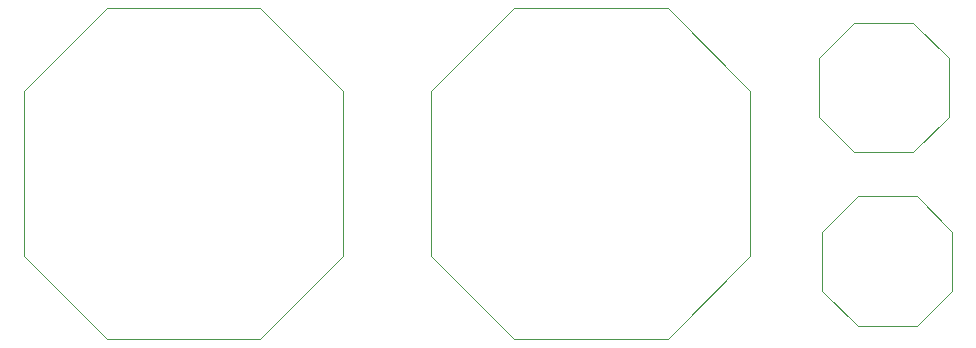
<source format=gbr>
G04 (created by PCBNEW (2013-mar-13)-testing) date Wed 13 Nov 2013 01:43:14 PM CET*
%MOIN*%
G04 Gerber Fmt 3.4, Leading zero omitted, Abs format*
%FSLAX34Y34*%
G01*
G70*
G90*
G04 APERTURE LIST*
%ADD10C,0.005906*%
%ADD11C,0.003937*%
G04 APERTURE END LIST*
G54D10*
G54D11*
X56496Y-32283D02*
X56692Y-32283D01*
X53740Y-35039D02*
X56496Y-32283D01*
X53740Y-40551D02*
X53740Y-35039D01*
X56496Y-43307D02*
X53740Y-40551D01*
X56692Y-43307D02*
X56496Y-43307D01*
X61614Y-43307D02*
X56692Y-43307D01*
X64370Y-40551D02*
X61614Y-43307D01*
X64370Y-35039D02*
X64370Y-40551D01*
X61614Y-32283D02*
X64370Y-35039D01*
X56496Y-32283D02*
X61614Y-32283D01*
X70078Y-32283D02*
X67322Y-35039D01*
X75196Y-32283D02*
X70078Y-32283D01*
X77952Y-35039D02*
X75196Y-32283D01*
X77952Y-40551D02*
X77952Y-35039D01*
X75196Y-43307D02*
X77952Y-40551D01*
X70078Y-43307D02*
X75196Y-43307D01*
X67322Y-40551D02*
X70078Y-43307D01*
X67322Y-35039D02*
X67322Y-40551D01*
X80354Y-41692D02*
X80354Y-40708D01*
X81535Y-42874D02*
X80354Y-41692D01*
X83503Y-42874D02*
X81535Y-42874D01*
X84685Y-41692D02*
X83503Y-42874D01*
X84685Y-40708D02*
X84685Y-41692D01*
X84685Y-39724D02*
X84685Y-40708D01*
X83503Y-38543D02*
X84685Y-39724D01*
X81535Y-38543D02*
X83503Y-38543D01*
X80354Y-39724D02*
X81535Y-38543D01*
X80354Y-40708D02*
X80354Y-39724D01*
X80236Y-35905D02*
X80236Y-34921D01*
X81417Y-37086D02*
X80236Y-35905D01*
X83385Y-37086D02*
X81417Y-37086D01*
X84566Y-35905D02*
X83385Y-37086D01*
X84566Y-34921D02*
X84566Y-35905D01*
X84566Y-33937D02*
X84566Y-34921D01*
X83385Y-32755D02*
X84566Y-33937D01*
X81417Y-32755D02*
X83385Y-32755D01*
X80236Y-33937D02*
X81417Y-32755D01*
X80236Y-34921D02*
X80236Y-33937D01*
M02*

</source>
